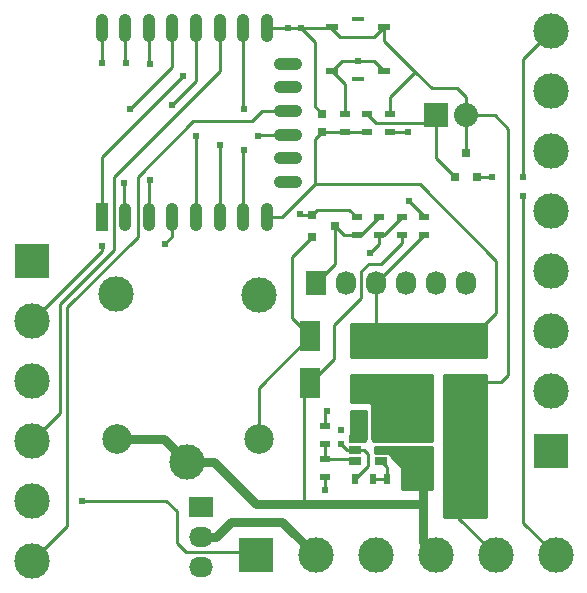
<source format=gtl>
G04 #@! TF.FileFunction,Copper,L1,Top,Signal*
%FSLAX46Y46*%
G04 Gerber Fmt 4.6, Leading zero omitted, Abs format (unit mm)*
G04 Created by KiCad (PCBNEW 0.201506192325+5795~23~ubuntu14.04.1-product) date Wed 01 Jul 2015 02:19:24 BST*
%MOMM*%
G01*
G04 APERTURE LIST*
%ADD10C,0.100000*%
%ADD11R,3.000000X3.000000*%
%ADD12C,3.000000*%
%ADD13C,2.500000*%
%ADD14R,2.032000X2.032000*%
%ADD15O,2.032000X2.032000*%
%ADD16R,6.600000X2.300000*%
%ADD17R,1.727200X2.032000*%
%ADD18O,1.727200X2.032000*%
%ADD19R,1.000000X0.600000*%
%ADD20R,1.000000X0.450000*%
%ADD21R,1.060000X0.650000*%
%ADD22R,2.032000X1.727200*%
%ADD23O,2.032000X1.727200*%
%ADD24R,1.000000X1.600000*%
%ADD25R,1.600000X1.000000*%
%ADD26R,0.800000X0.750000*%
%ADD27R,0.750000X0.800000*%
%ADD28R,2.499360X1.800860*%
%ADD29R,1.800860X2.499360*%
%ADD30R,0.800100X0.800100*%
%ADD31R,0.900000X0.500000*%
%ADD32R,0.500000X0.900000*%
%ADD33O,2.400000X1.100000*%
%ADD34R,1.100000X2.400000*%
%ADD35O,1.100000X2.400000*%
%ADD36C,0.609600*%
%ADD37C,0.254000*%
%ADD38C,0.800000*%
G04 APERTURE END LIST*
D10*
D11*
X92011500Y-78105000D03*
D12*
X92011500Y-73025000D03*
X92011500Y-67945000D03*
X92011500Y-62865000D03*
X92011500Y-57785000D03*
X92011500Y-52705000D03*
X92011500Y-47625000D03*
X92011500Y-42545000D03*
D11*
X67005200Y-86906100D03*
D12*
X72085200Y-86906100D03*
X77165200Y-86906100D03*
X82245200Y-86906100D03*
X87325200Y-86906100D03*
X92405200Y-86906100D03*
D13*
X67264000Y-77044000D03*
D12*
X67264000Y-64844000D03*
X55214000Y-64794000D03*
D13*
X55264000Y-77044000D03*
D12*
X61214000Y-78994000D03*
D14*
X82296000Y-49657000D03*
D15*
X84836000Y-49657000D03*
D16*
X78538350Y-72882150D03*
X78538350Y-68582150D03*
D11*
X48056800Y-62011560D03*
D12*
X48056800Y-67091560D03*
X48056800Y-72171560D03*
X48056800Y-77251560D03*
X48056800Y-82331560D03*
X48056800Y-87411560D03*
D17*
X72136000Y-63881000D03*
D18*
X74676000Y-63881000D03*
X77216000Y-63881000D03*
X79756000Y-63881000D03*
X82296000Y-63881000D03*
X84836000Y-63881000D03*
D19*
X73492000Y-45919000D03*
X73492000Y-42219000D03*
X77892000Y-45919000D03*
X77892000Y-42219000D03*
D20*
X75692000Y-46594000D03*
X75692000Y-41544000D03*
D21*
X75411150Y-77054670D03*
X75411150Y-78004670D03*
X75411150Y-78954670D03*
X77611150Y-78954670D03*
X77611150Y-77054670D03*
X77611150Y-78004670D03*
D22*
X62357000Y-82804000D03*
D23*
X62357000Y-85344000D03*
X62357000Y-87884000D03*
D24*
X81157950Y-79787750D03*
X84157950Y-79787750D03*
D25*
X84538350Y-69232150D03*
X84538350Y-72232150D03*
D26*
X75788350Y-75232150D03*
X77288350Y-75232150D03*
D27*
X72644000Y-51042000D03*
X72644000Y-49542000D03*
D28*
X80633570Y-76460350D03*
X84631530Y-76460350D03*
D29*
X71628000Y-72356980D03*
X71628000Y-68359020D03*
D30*
X71770240Y-58105000D03*
X71770240Y-60005000D03*
X73769220Y-59055000D03*
X83886000Y-54848760D03*
X85786000Y-54848760D03*
X84836000Y-52849780D03*
D31*
X72898000Y-80252000D03*
X72898000Y-78752000D03*
X72898000Y-77458000D03*
X72898000Y-75958000D03*
D32*
X79628430Y-80448150D03*
X78128430Y-80448150D03*
X76930950Y-80448150D03*
X75430950Y-80448150D03*
D31*
X75565000Y-58305000D03*
X75565000Y-59805000D03*
X81280000Y-58305000D03*
X81280000Y-59805000D03*
X79375000Y-59805000D03*
X79375000Y-58305000D03*
X77470000Y-59805000D03*
X77470000Y-58305000D03*
X76454000Y-51042000D03*
X76454000Y-49542000D03*
X78359000Y-51042000D03*
X78359000Y-49542000D03*
X74549000Y-51042000D03*
X74549000Y-49542000D03*
D33*
X69725000Y-55303000D03*
X69725000Y-53303000D03*
X69725000Y-51303000D03*
X69725000Y-49303000D03*
X69725000Y-47303000D03*
X69725000Y-45303000D03*
D34*
X53975000Y-58293000D03*
D35*
X55975000Y-58293000D03*
X57975000Y-58293000D03*
X59975000Y-58293000D03*
X61975000Y-58293000D03*
X63975000Y-58293000D03*
X65975000Y-58293000D03*
X67975000Y-58293000D03*
X67975000Y-42293000D03*
X65975000Y-42293000D03*
X63975000Y-42293000D03*
X61975000Y-42293000D03*
X59975000Y-42293000D03*
X57975000Y-42293000D03*
X55975000Y-42293000D03*
X53975000Y-42293000D03*
D36*
X85217000Y-78867000D03*
X52324000Y-82296000D03*
X74214990Y-76333350D03*
X69723000Y-42293000D03*
X70866000Y-42293000D03*
X83459320Y-83124040D03*
X86004400Y-83124040D03*
X84739480Y-83124040D03*
X85197950Y-74301350D03*
X83877150Y-74301350D03*
X85217000Y-79883000D03*
X73041510Y-74672190D03*
X74214990Y-77476350D03*
X72909430Y-81393030D03*
X84578190Y-67788790D03*
X59944000Y-48768000D03*
X89662000Y-56515000D03*
X67183000Y-51435000D03*
X59309000Y-60579000D03*
X53975000Y-60706000D03*
X61976000Y-51435000D03*
X64008000Y-52197000D03*
X66040000Y-52578000D03*
X79883000Y-51054000D03*
X66040000Y-49149000D03*
X58039000Y-45339000D03*
X89662000Y-54864000D03*
X86995000Y-54864000D03*
X53975000Y-45212000D03*
X56007000Y-45212000D03*
X70739000Y-58039000D03*
X56388000Y-49149000D03*
X80010000Y-56896000D03*
X58039000Y-55118000D03*
X55880000Y-55372000D03*
X76708000Y-61341000D03*
X60833000Y-46355000D03*
X75692000Y-45085000D03*
D37*
X71628000Y-72356980D02*
X73660000Y-70324980D01*
X79375000Y-60452000D02*
X77597000Y-62230000D01*
X77597000Y-62230000D02*
X76581000Y-62230000D01*
X76581000Y-62230000D02*
X75946000Y-62865000D01*
X75946000Y-62865000D02*
X75946000Y-65151000D01*
X75946000Y-65151000D02*
X73660000Y-67437000D01*
X79375000Y-60452000D02*
X79375000Y-59805000D01*
X73660000Y-70324980D02*
X73660000Y-67437000D01*
D38*
X61214000Y-78994000D02*
X63500000Y-78994000D01*
X67056000Y-82550000D02*
X71120000Y-82550000D01*
X63500000Y-78994000D02*
X67056000Y-82550000D01*
X55264000Y-77044000D02*
X59264000Y-77044000D01*
X59264000Y-77044000D02*
X61214000Y-78994000D01*
D37*
X71628000Y-72356980D02*
X71120000Y-72864980D01*
X71120000Y-72864980D02*
X71120000Y-82550000D01*
D38*
X71120000Y-82550000D02*
X71247000Y-82550000D01*
X71247000Y-82550000D02*
X81157950Y-82550000D01*
X81157950Y-79787750D02*
X81157950Y-82550000D01*
X81157950Y-82550000D02*
X81157950Y-82638900D01*
X81157950Y-85818850D02*
X82245200Y-86906100D01*
X81157950Y-82854800D02*
X81157950Y-85818850D01*
X81157950Y-82638900D02*
X81157950Y-82854800D01*
D37*
X81157950Y-80790950D02*
X81157950Y-79787750D01*
X81246751Y-80879751D02*
X81157950Y-80790950D01*
X77611150Y-78004670D02*
X79374870Y-78004670D01*
X79374870Y-78004670D02*
X81157950Y-79787750D01*
X81157950Y-79787750D02*
X80497550Y-80448150D01*
X80497550Y-80448150D02*
X79628430Y-80448150D01*
X84631530Y-76460350D02*
X85217000Y-77045820D01*
X85217000Y-77045820D02*
X85217000Y-78867000D01*
X85217000Y-79883000D02*
X85217000Y-78867000D01*
X67005200Y-86906100D02*
X66713100Y-86614000D01*
X66713100Y-86614000D02*
X61087000Y-86614000D01*
X59436000Y-82296000D02*
X52324000Y-82296000D01*
X60325000Y-83185000D02*
X59436000Y-82296000D01*
X60325000Y-85852000D02*
X60325000Y-83185000D01*
X61087000Y-86614000D02*
X60325000Y-85852000D01*
X84836000Y-49657000D02*
X87249000Y-49657000D01*
X87787850Y-72232150D02*
X84538350Y-72232150D01*
X88392000Y-71628000D02*
X87787850Y-72232150D01*
X88392000Y-50800000D02*
X88392000Y-71628000D01*
X87249000Y-49657000D02*
X88392000Y-50800000D01*
X70866000Y-42293000D02*
X73418000Y-42293000D01*
X73418000Y-42293000D02*
X73492000Y-42219000D01*
X78359000Y-49542000D02*
X78359000Y-48133000D01*
X78359000Y-48133000D02*
X80518000Y-45974000D01*
X67975000Y-42293000D02*
X69723000Y-42293000D01*
X69723000Y-42293000D02*
X70866000Y-42293000D01*
X70866000Y-42293000D02*
X70868000Y-42293000D01*
X72009000Y-48907000D02*
X72644000Y-49542000D01*
X72009000Y-43434000D02*
X72009000Y-48907000D01*
X70868000Y-42293000D02*
X72009000Y-43434000D01*
X67975000Y-42293000D02*
X68836000Y-42293000D01*
X75565000Y-59805000D02*
X75970000Y-59805000D01*
X75970000Y-59805000D02*
X77470000Y-58305000D01*
X75565000Y-59805000D02*
X74519220Y-59805000D01*
X74519220Y-59805000D02*
X73769220Y-59055000D01*
X73769220Y-59055000D02*
X73769220Y-62247780D01*
X73769220Y-62247780D02*
X72136000Y-63881000D01*
X77892000Y-42219000D02*
X77892000Y-43348000D01*
X84836000Y-48133000D02*
X84836000Y-49657000D01*
X84074000Y-47371000D02*
X84836000Y-48133000D01*
X81915000Y-47371000D02*
X84074000Y-47371000D01*
X77892000Y-43348000D02*
X80518000Y-45974000D01*
X80518000Y-45974000D02*
X81915000Y-47371000D01*
X73418000Y-42293000D02*
X74178000Y-43053000D01*
X77058000Y-43053000D02*
X77892000Y-42219000D01*
X74178000Y-43053000D02*
X77058000Y-43053000D01*
X84836000Y-52849780D02*
X84836000Y-49657000D01*
X87325200Y-86906100D02*
X84157950Y-83738850D01*
X84157950Y-83738850D02*
X84157950Y-79787750D01*
X84157950Y-79787750D02*
X84157950Y-82425410D01*
X84157950Y-82425410D02*
X83459320Y-83124040D01*
X84739480Y-83124040D02*
X86004400Y-83124040D01*
X84631530Y-76460350D02*
X85197950Y-75893930D01*
X85197950Y-75893930D02*
X85197950Y-74301350D01*
X83877150Y-74301350D02*
X83877150Y-72893350D01*
X83877150Y-72893350D02*
X84538350Y-72232150D01*
X84157950Y-79787750D02*
X85147150Y-79787750D01*
X85147150Y-79787750D02*
X85217000Y-79883000D01*
X75430950Y-80448150D02*
X75430950Y-80436150D01*
X75430950Y-80436150D02*
X76500990Y-79366110D01*
X76500990Y-79366110D02*
X76500990Y-78345030D01*
X76500990Y-78345030D02*
X76160630Y-78004670D01*
X76160630Y-78004670D02*
X75411150Y-78004670D01*
X73034350Y-74679350D02*
X73041510Y-74672190D01*
X72907350Y-75982150D02*
X72907350Y-74679350D01*
X74743310Y-78004670D02*
X74214990Y-77476350D01*
X74743310Y-78004670D02*
X75411150Y-78004670D01*
X84538350Y-72232150D02*
X84538350Y-79407350D01*
X84538350Y-79407350D02*
X84157950Y-79787750D01*
X72907350Y-81390950D02*
X72909430Y-81393030D01*
X72907350Y-81390950D02*
X72907350Y-80232150D01*
X84538350Y-69232150D02*
X87376000Y-66394500D01*
X80899000Y-55499000D02*
X72009000Y-55499000D01*
X87376000Y-61976000D02*
X80899000Y-55499000D01*
X87376000Y-66394500D02*
X87376000Y-61976000D01*
X67975000Y-58293000D02*
X69215000Y-58293000D01*
X69215000Y-58293000D02*
X72009000Y-55499000D01*
X72009000Y-51677000D02*
X72644000Y-51042000D01*
X72009000Y-55499000D02*
X72009000Y-51677000D01*
X72644000Y-51042000D02*
X74549000Y-51042000D01*
X74549000Y-51042000D02*
X76454000Y-51042000D01*
X77216000Y-63881000D02*
X81280000Y-59817000D01*
X81280000Y-59817000D02*
X81280000Y-59805000D01*
X77470000Y-63627000D02*
X77216000Y-63881000D01*
X77216000Y-63881000D02*
X77216000Y-67259800D01*
X77216000Y-67259800D02*
X78538350Y-68582150D01*
X84538350Y-67828630D02*
X84538350Y-69232150D01*
X84578190Y-67788790D02*
X84538350Y-67828630D01*
X84538350Y-69232150D02*
X79188350Y-69232150D01*
X79188350Y-69232150D02*
X78538350Y-68582150D01*
X75788350Y-75232150D02*
X75788350Y-76677470D01*
X75788350Y-76677470D02*
X75411150Y-77054670D01*
X77288350Y-75232150D02*
X78538350Y-73982150D01*
X78538350Y-73982150D02*
X78538350Y-72882150D01*
X80633570Y-76460350D02*
X78538350Y-74365130D01*
X78538350Y-74365130D02*
X78538350Y-72882150D01*
X80633570Y-76460350D02*
X80039250Y-77054670D01*
X80039250Y-77054670D02*
X77611150Y-77054670D01*
X77611150Y-77054670D02*
X77288350Y-76731870D01*
X77288350Y-76731870D02*
X77288350Y-75232150D01*
X71628000Y-68359020D02*
X67264000Y-72723020D01*
X67264000Y-72723020D02*
X67264000Y-77044000D01*
X71770240Y-60005000D02*
X70104000Y-61671240D01*
X70104000Y-66835020D02*
X71628000Y-68359020D01*
X70104000Y-61671240D02*
X70104000Y-66835020D01*
D38*
X62357000Y-85344000D02*
X63627000Y-85344000D01*
X63627000Y-85344000D02*
X64897000Y-84074000D01*
X64897000Y-84074000D02*
X69253100Y-84074000D01*
X69253100Y-84074000D02*
X72085200Y-86906100D01*
D37*
X82296000Y-49657000D02*
X81661000Y-50292000D01*
X81661000Y-50292000D02*
X77204000Y-50292000D01*
X77204000Y-50292000D02*
X76454000Y-49542000D01*
X61975000Y-46737000D02*
X61975000Y-42293000D01*
X59944000Y-48768000D02*
X61975000Y-46737000D01*
X61976000Y-42294000D02*
X61975000Y-42293000D01*
X83886000Y-54848760D02*
X82296000Y-53258760D01*
X82296000Y-53258760D02*
X82296000Y-49657000D01*
X89662000Y-84162900D02*
X89662000Y-56515000D01*
X67183000Y-51435000D02*
X67315000Y-51303000D01*
X69725000Y-51303000D02*
X67315000Y-51303000D01*
X89662000Y-84162900D02*
X92405200Y-86906100D01*
X48056800Y-67091560D02*
X53975000Y-61173360D01*
X59975000Y-59913000D02*
X59975000Y-58293000D01*
X59309000Y-60579000D02*
X59975000Y-59913000D01*
X53975000Y-61173360D02*
X53975000Y-60706000D01*
X63975000Y-42293000D02*
X63975000Y-45880000D01*
X50419000Y-74889360D02*
X48056800Y-77251560D01*
X50419000Y-65659000D02*
X50419000Y-74889360D01*
X54991000Y-61087000D02*
X50419000Y-65659000D01*
X54991000Y-54864000D02*
X54991000Y-61087000D01*
X63975000Y-45880000D02*
X54991000Y-54864000D01*
X69725000Y-49303000D02*
X67537000Y-49303000D01*
X51054000Y-84414360D02*
X48056800Y-87411560D01*
X51054000Y-65913000D02*
X51054000Y-84414360D01*
X57023000Y-59944000D02*
X51054000Y-65913000D01*
X57023000Y-54864000D02*
X57023000Y-59944000D01*
X61722000Y-50165000D02*
X57023000Y-54864000D01*
X66675000Y-50165000D02*
X61722000Y-50165000D01*
X67537000Y-49303000D02*
X66675000Y-50165000D01*
X61975000Y-51436000D02*
X61975000Y-58293000D01*
X61976000Y-51435000D02*
X61975000Y-51436000D01*
X64008000Y-52197000D02*
X63975000Y-52230000D01*
X63975000Y-52230000D02*
X63975000Y-58293000D01*
X64008000Y-58260000D02*
X63975000Y-58293000D01*
X65975000Y-52643000D02*
X65975000Y-58293000D01*
X66040000Y-52578000D02*
X65975000Y-52643000D01*
X78359000Y-51042000D02*
X79871000Y-51042000D01*
X79871000Y-51042000D02*
X79883000Y-51054000D01*
X65975000Y-49084000D02*
X65975000Y-42293000D01*
X66040000Y-49149000D02*
X65975000Y-49084000D01*
X57975000Y-45275000D02*
X57975000Y-42293000D01*
X58039000Y-45339000D02*
X57975000Y-45275000D01*
X92011500Y-42545000D02*
X89662000Y-44894500D01*
X89662000Y-44894500D02*
X89662000Y-54864000D01*
X86995000Y-54864000D02*
X85801240Y-54864000D01*
X85786000Y-54848760D02*
X85801240Y-54864000D01*
X53975000Y-42293000D02*
X53975000Y-45212000D01*
X55975000Y-42293000D02*
X55975000Y-45180000D01*
X56007000Y-45212000D02*
X55975000Y-45180000D01*
X70805000Y-58105000D02*
X70739000Y-58039000D01*
X70805000Y-58105000D02*
X71770240Y-58105000D01*
X75565000Y-58305000D02*
X74918000Y-57658000D01*
X72217240Y-57658000D02*
X71770240Y-58105000D01*
X74918000Y-57658000D02*
X72217240Y-57658000D01*
X59975000Y-45562000D02*
X59975000Y-42293000D01*
X56388000Y-49149000D02*
X59975000Y-45562000D01*
X77611150Y-78954670D02*
X78128430Y-79471950D01*
X78128430Y-79471950D02*
X78128430Y-80448150D01*
X76930950Y-80448150D02*
X78128430Y-80448150D01*
X81280000Y-58305000D02*
X81280000Y-58166000D01*
X81280000Y-58166000D02*
X80010000Y-56896000D01*
X58039000Y-55118000D02*
X57975000Y-55182000D01*
X57975000Y-55182000D02*
X57975000Y-58293000D01*
X58039000Y-58229000D02*
X57975000Y-58293000D01*
X77470000Y-59805000D02*
X77470000Y-60579000D01*
X55880000Y-55372000D02*
X55880000Y-58198000D01*
X77470000Y-60579000D02*
X76708000Y-61341000D01*
X55880000Y-58198000D02*
X55975000Y-58293000D01*
X55880000Y-58198000D02*
X55975000Y-58293000D01*
X77470000Y-59805000D02*
X77875000Y-59805000D01*
X77875000Y-59805000D02*
X79375000Y-58305000D01*
X60833000Y-46355000D02*
X53975000Y-53213000D01*
X53975000Y-53213000D02*
X53975000Y-58293000D01*
X74549000Y-49542000D02*
X74549000Y-46976000D01*
X74549000Y-46976000D02*
X73492000Y-45919000D01*
X77892000Y-45919000D02*
X77058000Y-45085000D01*
X74326000Y-45085000D02*
X73492000Y-45919000D01*
X77058000Y-45085000D02*
X75692000Y-45085000D01*
X75692000Y-45085000D02*
X74326000Y-45085000D01*
X72907350Y-78732150D02*
X72907350Y-77482150D01*
X72907350Y-78732150D02*
X75061630Y-78732150D01*
X75188630Y-78732150D02*
X75411150Y-78954670D01*
G36*
X86493350Y-70161150D02*
X75063350Y-70161150D01*
X75063350Y-67367150D01*
X86493350Y-67367150D01*
X86493350Y-70161150D01*
X86493350Y-70161150D01*
G37*
X86493350Y-70161150D02*
X75063350Y-70161150D01*
X75063350Y-67367150D01*
X86493350Y-67367150D01*
X86493350Y-70161150D01*
G36*
X76333350Y-77093544D02*
X76153744Y-77273150D01*
X75063350Y-77273150D01*
X75063350Y-74733150D01*
X76333350Y-74733150D01*
X76333350Y-77093544D01*
X76333350Y-77093544D01*
G37*
X76333350Y-77093544D02*
X76153744Y-77273150D01*
X75063350Y-77273150D01*
X75063350Y-74733150D01*
X76333350Y-74733150D01*
X76333350Y-77093544D01*
G36*
X81921350Y-81337150D02*
X79381350Y-81337150D01*
X79381350Y-79432150D01*
X79381351Y-79432150D01*
X79371683Y-79383549D01*
X79344153Y-79342347D01*
X78505093Y-78503287D01*
X78501428Y-78484396D01*
X78417554Y-78356714D01*
X78290934Y-78271244D01*
X78141150Y-78241206D01*
X77095350Y-78241206D01*
X77095350Y-77781150D01*
X81921350Y-77781150D01*
X81921350Y-81337150D01*
X81921350Y-81337150D01*
G37*
X81921350Y-81337150D02*
X79381350Y-81337150D01*
X79381350Y-79432150D01*
X79381351Y-79432150D01*
X79371683Y-79383549D01*
X79344153Y-79342347D01*
X78505093Y-78503287D01*
X78501428Y-78484396D01*
X78417554Y-78356714D01*
X78290934Y-78271244D01*
X78141150Y-78241206D01*
X77095350Y-78241206D01*
X77095350Y-77781150D01*
X81921350Y-77781150D01*
X81921350Y-81337150D01*
G36*
X86487000Y-83693000D02*
X82931000Y-83693000D01*
X82931000Y-71628000D01*
X86487000Y-71628000D01*
X86487000Y-83693000D01*
X86487000Y-83693000D01*
G37*
X86487000Y-83693000D02*
X82931000Y-83693000D01*
X82931000Y-71628000D01*
X86487000Y-71628000D01*
X86487000Y-83693000D01*
G36*
X81921350Y-77273150D02*
X77020955Y-77273150D01*
X76841350Y-77093544D01*
X76841350Y-74098150D01*
X76831683Y-74049549D01*
X76804153Y-74008347D01*
X76762951Y-73980817D01*
X76714350Y-73971150D01*
X75063350Y-73971150D01*
X75063350Y-71685150D01*
X81921350Y-71685150D01*
X81921350Y-77273150D01*
X81921350Y-77273150D01*
G37*
X81921350Y-77273150D02*
X77020955Y-77273150D01*
X76841350Y-77093544D01*
X76841350Y-74098150D01*
X76831683Y-74049549D01*
X76804153Y-74008347D01*
X76762951Y-73980817D01*
X76714350Y-73971150D01*
X75063350Y-73971150D01*
X75063350Y-71685150D01*
X81921350Y-71685150D01*
X81921350Y-77273150D01*
M02*

</source>
